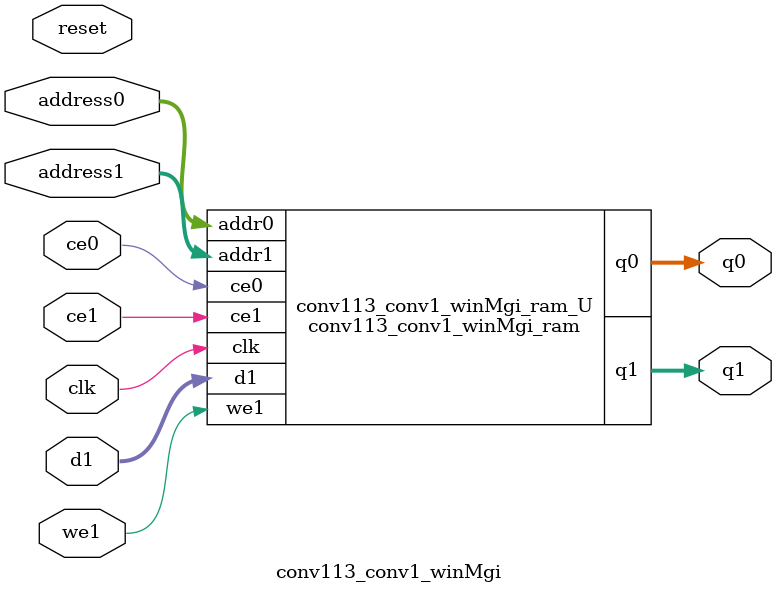
<source format=v>
`timescale 1 ns / 1 ps
module conv113_conv1_winMgi_ram (addr0, ce0, q0, addr1, ce1, d1, we1, q1,  clk);

parameter DWIDTH = 8;
parameter AWIDTH = 2;
parameter MEM_SIZE = 3;

input[AWIDTH-1:0] addr0;
input ce0;
output reg[DWIDTH-1:0] q0;
input[AWIDTH-1:0] addr1;
input ce1;
input[DWIDTH-1:0] d1;
input we1;
output reg[DWIDTH-1:0] q1;
input clk;

(* ram_style = "distributed" *)reg [DWIDTH-1:0] ram[0:MEM_SIZE-1];




always @(posedge clk)  
begin 
    if (ce0) begin
        q0 <= ram[addr0];
    end
end


always @(posedge clk)  
begin 
    if (ce1) begin
        if (we1) 
            ram[addr1] <= d1; 
        q1 <= ram[addr1];
    end
end


endmodule

`timescale 1 ns / 1 ps
module conv113_conv1_winMgi(
    reset,
    clk,
    address0,
    ce0,
    q0,
    address1,
    ce1,
    we1,
    d1,
    q1);

parameter DataWidth = 32'd8;
parameter AddressRange = 32'd3;
parameter AddressWidth = 32'd2;
input reset;
input clk;
input[AddressWidth - 1:0] address0;
input ce0;
output[DataWidth - 1:0] q0;
input[AddressWidth - 1:0] address1;
input ce1;
input we1;
input[DataWidth - 1:0] d1;
output[DataWidth - 1:0] q1;



conv113_conv1_winMgi_ram conv113_conv1_winMgi_ram_U(
    .clk( clk ),
    .addr0( address0 ),
    .ce0( ce0 ),
    .q0( q0 ),
    .addr1( address1 ),
    .ce1( ce1 ),
    .we1( we1 ),
    .d1( d1 ),
    .q1( q1 ));

endmodule


</source>
